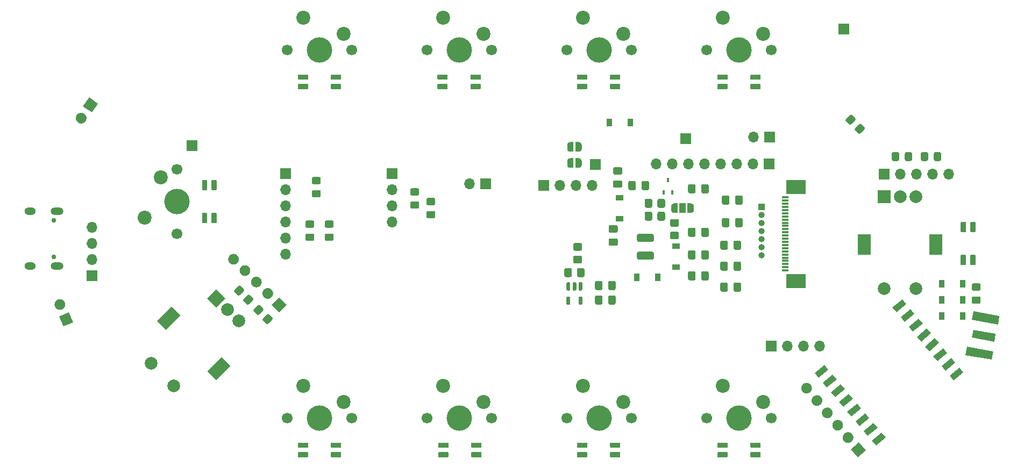
<source format=gbr>
%TF.GenerationSoftware,KiCad,Pcbnew,(5.1.10)-1*%
%TF.CreationDate,2022-02-17T21:55:52+01:00*%
%TF.ProjectId,keyboardEink,6b657962-6f61-4726-9445-696e6b2e6b69,rev?*%
%TF.SameCoordinates,Original*%
%TF.FileFunction,Soldermask,Top*%
%TF.FilePolarity,Negative*%
%FSLAX46Y46*%
G04 Gerber Fmt 4.6, Leading zero omitted, Abs format (unit mm)*
G04 Created by KiCad (PCBNEW (5.1.10)-1) date 2022-02-17 21:55:52*
%MOMM*%
%LPD*%
G01*
G04 APERTURE LIST*
%ADD10O,1.800000X1.200000*%
%ADD11O,2.000000X1.200000*%
%ADD12C,0.750000*%
%ADD13O,1.700000X1.700000*%
%ADD14R,1.700000X1.700000*%
%ADD15R,0.900000X1.200000*%
%ADD16C,0.100000*%
%ADD17R,3.100000X2.300000*%
%ADD18R,1.100000X0.300000*%
%ADD19O,1.000000X1.000000*%
%ADD20R,1.000000X1.000000*%
%ADD21C,2.000000*%
%ADD22R,2.000000X2.000000*%
%ADD23R,2.000000X3.200000*%
%ADD24C,1.700000*%
%ADD25C,4.000000*%
%ADD26C,2.200000*%
%ADD27R,1.000000X1.500000*%
%ADD28R,0.450000X0.700000*%
%ADD29R,1.200000X0.900000*%
G04 APERTURE END LIST*
D10*
%TO.C,U8*%
X76966000Y-107115000D03*
D11*
X81166000Y-107115000D03*
X81166000Y-98465000D03*
D10*
X76966000Y-98465000D03*
D12*
X80666000Y-99890000D03*
X80666000Y-105690000D03*
%TD*%
D13*
%TO.C,J12*%
X201266000Y-119700000D03*
X198726000Y-119700000D03*
X196186000Y-119700000D03*
D14*
X193646000Y-119700000D03*
%TD*%
%TO.C,R34*%
G36*
G01*
X225453999Y-111876000D02*
X226354001Y-111876000D01*
G75*
G02*
X226604000Y-112125999I0J-249999D01*
G01*
X226604000Y-112776001D01*
G75*
G02*
X226354001Y-113026000I-249999J0D01*
G01*
X225453999Y-113026000D01*
G75*
G02*
X225204000Y-112776001I0J249999D01*
G01*
X225204000Y-112125999D01*
G75*
G02*
X225453999Y-111876000I249999J0D01*
G01*
G37*
G36*
G01*
X225453999Y-109826000D02*
X226354001Y-109826000D01*
G75*
G02*
X226604000Y-110075999I0J-249999D01*
G01*
X226604000Y-110726001D01*
G75*
G02*
X226354001Y-110976000I-249999J0D01*
G01*
X225453999Y-110976000D01*
G75*
G02*
X225204000Y-110726001I0J249999D01*
G01*
X225204000Y-110075999D01*
G75*
G02*
X225453999Y-109826000I249999J0D01*
G01*
G37*
%TD*%
D15*
%TO.C,D20*%
X220444000Y-114982000D03*
X223744000Y-114982000D03*
%TD*%
%TO.C,D19*%
X220444000Y-112442000D03*
X223744000Y-112442000D03*
%TD*%
%TO.C,D18*%
X220444000Y-109902000D03*
X223744000Y-109902000D03*
%TD*%
D16*
%TO.C,AE1*%
G36*
X228761905Y-119002650D02*
G01*
X225216597Y-118377516D01*
X225437131Y-117126810D01*
X228982439Y-117751944D01*
X228761905Y-119002650D01*
G37*
G36*
X229343996Y-116277324D02*
G01*
X225207803Y-115548002D01*
X225442228Y-114218512D01*
X229578421Y-114947834D01*
X229343996Y-116277324D01*
G37*
G36*
X228362884Y-121841488D02*
G01*
X224226691Y-121112166D01*
X224461116Y-119782676D01*
X228597309Y-120511998D01*
X228362884Y-121841488D01*
G37*
%TD*%
%TO.C,J19*%
G36*
G01*
X199849735Y-125788867D02*
X199849735Y-125788867D01*
G75*
G02*
X199744966Y-126986374I-651138J-546369D01*
G01*
X199744966Y-126986374D01*
G75*
G02*
X198547459Y-126881605I-546369J651138D01*
G01*
X198547459Y-126881605D01*
G75*
G02*
X198652228Y-125684098I651138J546369D01*
G01*
X198652228Y-125684098D01*
G75*
G02*
X199849735Y-125788867I546369J-651138D01*
G01*
G37*
G36*
G01*
X201482416Y-127734619D02*
X201482416Y-127734619D01*
G75*
G02*
X201377647Y-128932126I-651138J-546369D01*
G01*
X201377647Y-128932126D01*
G75*
G02*
X200180140Y-128827357I-546369J651138D01*
G01*
X200180140Y-128827357D01*
G75*
G02*
X200284909Y-127629850I651138J546369D01*
G01*
X200284909Y-127629850D01*
G75*
G02*
X201482416Y-127734619I546369J-651138D01*
G01*
G37*
G36*
G01*
X203115096Y-129680372D02*
X203115096Y-129680372D01*
G75*
G02*
X203010327Y-130877879I-651138J-546369D01*
G01*
X203010327Y-130877879D01*
G75*
G02*
X201812820Y-130773110I-546369J651138D01*
G01*
X201812820Y-130773110D01*
G75*
G02*
X201917589Y-129575603I651138J546369D01*
G01*
X201917589Y-129575603D01*
G75*
G02*
X203115096Y-129680372I546369J-651138D01*
G01*
G37*
G36*
G01*
X204747777Y-131626125D02*
X204747777Y-131626125D01*
G75*
G02*
X204643008Y-132823632I-651138J-546369D01*
G01*
X204643008Y-132823632D01*
G75*
G02*
X203445501Y-132718863I-546369J651138D01*
G01*
X203445501Y-132718863D01*
G75*
G02*
X203550270Y-131521356I651138J546369D01*
G01*
X203550270Y-131521356D01*
G75*
G02*
X204747777Y-131626125I546369J-651138D01*
G01*
G37*
G36*
G01*
X206380457Y-133571878D02*
X206380457Y-133571878D01*
G75*
G02*
X206275688Y-134769385I-651138J-546369D01*
G01*
X206275688Y-134769385D01*
G75*
G02*
X205078181Y-134664616I-546369J651138D01*
G01*
X205078181Y-134664616D01*
G75*
G02*
X205182950Y-133467109I651138J546369D01*
G01*
X205182950Y-133467109D01*
G75*
G02*
X206380457Y-133571878I546369J-651138D01*
G01*
G37*
G36*
X207466768Y-134866493D02*
G01*
X208559507Y-136168768D01*
X207257232Y-137261507D01*
X206164493Y-135959232D01*
X207466768Y-134866493D01*
G37*
%TD*%
%TO.C,U7*%
G36*
X213372191Y-114393198D02*
G01*
X212729404Y-113627153D01*
X214261493Y-112341578D01*
X214904280Y-113107623D01*
X213372191Y-114393198D01*
G37*
G36*
X214657766Y-115925287D02*
G01*
X214014979Y-115159242D01*
X215547068Y-113873667D01*
X216189855Y-114639712D01*
X214657766Y-115925287D01*
G37*
G36*
X215943342Y-117457376D02*
G01*
X215300555Y-116691331D01*
X216832644Y-115405756D01*
X217475431Y-116171801D01*
X215943342Y-117457376D01*
G37*
G36*
X217228917Y-118989465D02*
G01*
X216586130Y-118223420D01*
X218118219Y-116937845D01*
X218761006Y-117703890D01*
X217228917Y-118989465D01*
G37*
G36*
X218514492Y-120521554D02*
G01*
X217871705Y-119755509D01*
X219403794Y-118469934D01*
X220046581Y-119235979D01*
X218514492Y-120521554D01*
G37*
G36*
X219800067Y-122053642D02*
G01*
X219157280Y-121287597D01*
X220689369Y-120002022D01*
X221332156Y-120768067D01*
X219800067Y-122053642D01*
G37*
G36*
X221085643Y-123585731D02*
G01*
X220442856Y-122819686D01*
X221974945Y-121534111D01*
X222617732Y-122300156D01*
X221085643Y-123585731D01*
G37*
G36*
X222371218Y-125117820D02*
G01*
X221728431Y-124351775D01*
X223260520Y-123066200D01*
X223903307Y-123832245D01*
X222371218Y-125117820D01*
G37*
G36*
X210114507Y-135402422D02*
G01*
X209471720Y-134636377D01*
X211003809Y-133350802D01*
X211646596Y-134116847D01*
X210114507Y-135402422D01*
G37*
G36*
X208828932Y-133870333D02*
G01*
X208186145Y-133104288D01*
X209718234Y-131818713D01*
X210361021Y-132584758D01*
X208828932Y-133870333D01*
G37*
G36*
X207543356Y-132338244D02*
G01*
X206900569Y-131572199D01*
X208432658Y-130286624D01*
X209075445Y-131052669D01*
X207543356Y-132338244D01*
G37*
G36*
X206257781Y-130806155D02*
G01*
X205614994Y-130040110D01*
X207147083Y-128754535D01*
X207789870Y-129520580D01*
X206257781Y-130806155D01*
G37*
G36*
X204972206Y-129274066D02*
G01*
X204329419Y-128508021D01*
X205861508Y-127222446D01*
X206504295Y-127988491D01*
X204972206Y-129274066D01*
G37*
G36*
X203686631Y-127741978D02*
G01*
X203043844Y-126975933D01*
X204575933Y-125690358D01*
X205218720Y-126456403D01*
X203686631Y-127741978D01*
G37*
G36*
X202401055Y-126209889D02*
G01*
X201758268Y-125443844D01*
X203290357Y-124158269D01*
X203933144Y-124924314D01*
X202401055Y-126209889D01*
G37*
G36*
X201115480Y-124677800D02*
G01*
X200472693Y-123911755D01*
X202004782Y-122626180D01*
X202647569Y-123392225D01*
X201115480Y-124677800D01*
G37*
%TD*%
D13*
%TO.C,J18*%
X86712000Y-101012000D03*
X86712000Y-103552000D03*
X86712000Y-106092000D03*
D14*
X86712000Y-108632000D03*
%TD*%
D13*
%TO.C,J17*%
X146148000Y-94154000D03*
D14*
X148688000Y-94154000D03*
%TD*%
%TO.C,J16*%
X165960000Y-91106000D03*
%TD*%
%TO.C,J15*%
X205076000Y-69770000D03*
%TD*%
%TO.C,R31*%
G36*
G01*
X206854001Y-84119604D02*
X206217604Y-84756001D01*
G75*
G02*
X205864052Y-84756001I-176776J176776D01*
G01*
X205404431Y-84296380D01*
G75*
G02*
X205404431Y-83942828I176776J176776D01*
G01*
X206040828Y-83306431D01*
G75*
G02*
X206394380Y-83306431I176776J-176776D01*
G01*
X206854001Y-83766052D01*
G75*
G02*
X206854001Y-84119604I-176776J-176776D01*
G01*
G37*
G36*
G01*
X208303569Y-85569172D02*
X207667172Y-86205569D01*
G75*
G02*
X207313620Y-86205569I-176776J176776D01*
G01*
X206853999Y-85745948D01*
G75*
G02*
X206853999Y-85392396I176776J176776D01*
G01*
X207490396Y-84755999D01*
G75*
G02*
X207843948Y-84755999I176776J-176776D01*
G01*
X208303569Y-85215620D01*
G75*
G02*
X208303569Y-85569172I-176776J-176776D01*
G01*
G37*
%TD*%
D13*
%TO.C,J13*%
X190852000Y-86788000D03*
D14*
X193392000Y-86788000D03*
%TD*%
D16*
%TO.C,JP5*%
G36*
X162008000Y-91601398D02*
G01*
X161983466Y-91601398D01*
X161934635Y-91596588D01*
X161886510Y-91587016D01*
X161839555Y-91572772D01*
X161794222Y-91553995D01*
X161750949Y-91530864D01*
X161710150Y-91503604D01*
X161672221Y-91472476D01*
X161637524Y-91437779D01*
X161606396Y-91399850D01*
X161579136Y-91359051D01*
X161556005Y-91315778D01*
X161537228Y-91270445D01*
X161522984Y-91223490D01*
X161513412Y-91175365D01*
X161508602Y-91126534D01*
X161508602Y-91102000D01*
X161508000Y-91102000D01*
X161508000Y-90602000D01*
X161508602Y-90602000D01*
X161508602Y-90577466D01*
X161513412Y-90528635D01*
X161522984Y-90480510D01*
X161537228Y-90433555D01*
X161556005Y-90388222D01*
X161579136Y-90344949D01*
X161606396Y-90304150D01*
X161637524Y-90266221D01*
X161672221Y-90231524D01*
X161710150Y-90200396D01*
X161750949Y-90173136D01*
X161794222Y-90150005D01*
X161839555Y-90131228D01*
X161886510Y-90116984D01*
X161934635Y-90107412D01*
X161983466Y-90102602D01*
X162008000Y-90102602D01*
X162008000Y-90102000D01*
X162508000Y-90102000D01*
X162508000Y-91602000D01*
X162008000Y-91602000D01*
X162008000Y-91601398D01*
G37*
G36*
X162808000Y-90102000D02*
G01*
X163308000Y-90102000D01*
X163308000Y-90102602D01*
X163332534Y-90102602D01*
X163381365Y-90107412D01*
X163429490Y-90116984D01*
X163476445Y-90131228D01*
X163521778Y-90150005D01*
X163565051Y-90173136D01*
X163605850Y-90200396D01*
X163643779Y-90231524D01*
X163678476Y-90266221D01*
X163709604Y-90304150D01*
X163736864Y-90344949D01*
X163759995Y-90388222D01*
X163778772Y-90433555D01*
X163793016Y-90480510D01*
X163802588Y-90528635D01*
X163807398Y-90577466D01*
X163807398Y-90602000D01*
X163808000Y-90602000D01*
X163808000Y-91102000D01*
X163807398Y-91102000D01*
X163807398Y-91126534D01*
X163802588Y-91175365D01*
X163793016Y-91223490D01*
X163778772Y-91270445D01*
X163759995Y-91315778D01*
X163736864Y-91359051D01*
X163709604Y-91399850D01*
X163678476Y-91437779D01*
X163643779Y-91472476D01*
X163605850Y-91503604D01*
X163565051Y-91530864D01*
X163521778Y-91553995D01*
X163476445Y-91572772D01*
X163429490Y-91587016D01*
X163381365Y-91596588D01*
X163332534Y-91601398D01*
X163308000Y-91601398D01*
X163308000Y-91602000D01*
X162808000Y-91602000D01*
X162808000Y-90102000D01*
G37*
%TD*%
%TO.C,JP4*%
G36*
X162008000Y-89061398D02*
G01*
X161983466Y-89061398D01*
X161934635Y-89056588D01*
X161886510Y-89047016D01*
X161839555Y-89032772D01*
X161794222Y-89013995D01*
X161750949Y-88990864D01*
X161710150Y-88963604D01*
X161672221Y-88932476D01*
X161637524Y-88897779D01*
X161606396Y-88859850D01*
X161579136Y-88819051D01*
X161556005Y-88775778D01*
X161537228Y-88730445D01*
X161522984Y-88683490D01*
X161513412Y-88635365D01*
X161508602Y-88586534D01*
X161508602Y-88562000D01*
X161508000Y-88562000D01*
X161508000Y-88062000D01*
X161508602Y-88062000D01*
X161508602Y-88037466D01*
X161513412Y-87988635D01*
X161522984Y-87940510D01*
X161537228Y-87893555D01*
X161556005Y-87848222D01*
X161579136Y-87804949D01*
X161606396Y-87764150D01*
X161637524Y-87726221D01*
X161672221Y-87691524D01*
X161710150Y-87660396D01*
X161750949Y-87633136D01*
X161794222Y-87610005D01*
X161839555Y-87591228D01*
X161886510Y-87576984D01*
X161934635Y-87567412D01*
X161983466Y-87562602D01*
X162008000Y-87562602D01*
X162008000Y-87562000D01*
X162508000Y-87562000D01*
X162508000Y-89062000D01*
X162008000Y-89062000D01*
X162008000Y-89061398D01*
G37*
G36*
X162808000Y-87562000D02*
G01*
X163308000Y-87562000D01*
X163308000Y-87562602D01*
X163332534Y-87562602D01*
X163381365Y-87567412D01*
X163429490Y-87576984D01*
X163476445Y-87591228D01*
X163521778Y-87610005D01*
X163565051Y-87633136D01*
X163605850Y-87660396D01*
X163643779Y-87691524D01*
X163678476Y-87726221D01*
X163709604Y-87764150D01*
X163736864Y-87804949D01*
X163759995Y-87848222D01*
X163778772Y-87893555D01*
X163793016Y-87940510D01*
X163802588Y-87988635D01*
X163807398Y-88037466D01*
X163807398Y-88062000D01*
X163808000Y-88062000D01*
X163808000Y-88562000D01*
X163807398Y-88562000D01*
X163807398Y-88586534D01*
X163802588Y-88635365D01*
X163793016Y-88683490D01*
X163778772Y-88730445D01*
X163759995Y-88775778D01*
X163736864Y-88819051D01*
X163709604Y-88859850D01*
X163678476Y-88897779D01*
X163643779Y-88932476D01*
X163605850Y-88963604D01*
X163565051Y-88990864D01*
X163521778Y-89013995D01*
X163476445Y-89032772D01*
X163429490Y-89047016D01*
X163381365Y-89056588D01*
X163332534Y-89061398D01*
X163308000Y-89061398D01*
X163308000Y-89062000D01*
X162808000Y-89062000D01*
X162808000Y-87562000D01*
G37*
%TD*%
D17*
%TO.C,U2*%
X197552000Y-94608000D03*
X197552000Y-109448000D03*
D18*
X195852000Y-96278000D03*
X195852000Y-96778000D03*
X195852000Y-97278000D03*
X195852000Y-97778000D03*
X195852000Y-98278000D03*
X195852000Y-98778000D03*
X195852000Y-99278000D03*
X195852000Y-99778000D03*
X195852000Y-100278000D03*
X195852000Y-100778000D03*
X195852000Y-101278000D03*
X195852000Y-101778000D03*
X195852000Y-102278000D03*
X195852000Y-102778000D03*
X195852000Y-103278000D03*
X195852000Y-103778000D03*
X195852000Y-104278000D03*
X195852000Y-104778000D03*
X195852000Y-105278000D03*
X195852000Y-105778000D03*
X195852000Y-106278000D03*
X195852000Y-106778000D03*
X195852000Y-107278000D03*
X195852000Y-107778000D03*
%TD*%
D19*
%TO.C,J11*%
X192122000Y-105360000D03*
X192122000Y-104090000D03*
X192122000Y-102820000D03*
X192122000Y-101550000D03*
X192122000Y-100280000D03*
X192122000Y-99010000D03*
D20*
X192122000Y-97740000D03*
%TD*%
D14*
%TO.C,J4*%
X102460000Y-88100000D03*
%TD*%
%TO.C,D11*%
G36*
G01*
X163150000Y-136403999D02*
X164586000Y-136403999D01*
G75*
G02*
X164668000Y-136485999I0J-82000D01*
G01*
X164668000Y-137141999D01*
G75*
G02*
X164586000Y-137223999I-82000J0D01*
G01*
X163150000Y-137223999D01*
G75*
G02*
X163068000Y-137141999I0J82000D01*
G01*
X163068000Y-136485999D01*
G75*
G02*
X163150000Y-136403999I82000J0D01*
G01*
G37*
G36*
G01*
X163150000Y-134903999D02*
X164586000Y-134903999D01*
G75*
G02*
X164668000Y-134985999I0J-82000D01*
G01*
X164668000Y-135641999D01*
G75*
G02*
X164586000Y-135723999I-82000J0D01*
G01*
X163150000Y-135723999D01*
G75*
G02*
X163068000Y-135641999I0J82000D01*
G01*
X163068000Y-134985999D01*
G75*
G02*
X163150000Y-134903999I82000J0D01*
G01*
G37*
G36*
G01*
X168350000Y-136403999D02*
X169786000Y-136403999D01*
G75*
G02*
X169868000Y-136485999I0J-82000D01*
G01*
X169868000Y-137141999D01*
G75*
G02*
X169786000Y-137223999I-82000J0D01*
G01*
X168350000Y-137223999D01*
G75*
G02*
X168268000Y-137141999I0J82000D01*
G01*
X168268000Y-136485999D01*
G75*
G02*
X168350000Y-136403999I82000J0D01*
G01*
G37*
G36*
G01*
X168350000Y-134903999D02*
X169786000Y-134903999D01*
G75*
G02*
X169868000Y-134985999I0J-82000D01*
G01*
X169868000Y-135641999D01*
G75*
G02*
X169786000Y-135723999I-82000J0D01*
G01*
X168350000Y-135723999D01*
G75*
G02*
X168268000Y-135641999I0J82000D01*
G01*
X168268000Y-134985999D01*
G75*
G02*
X168350000Y-134903999I82000J0D01*
G01*
G37*
%TD*%
%TO.C,D10*%
G36*
G01*
X224973999Y-106870000D02*
X224973999Y-105434000D01*
G75*
G02*
X225055999Y-105352000I82000J0D01*
G01*
X225711999Y-105352000D01*
G75*
G02*
X225793999Y-105434000I0J-82000D01*
G01*
X225793999Y-106870000D01*
G75*
G02*
X225711999Y-106952000I-82000J0D01*
G01*
X225055999Y-106952000D01*
G75*
G02*
X224973999Y-106870000I0J82000D01*
G01*
G37*
G36*
G01*
X223473999Y-106870000D02*
X223473999Y-105434000D01*
G75*
G02*
X223555999Y-105352000I82000J0D01*
G01*
X224211999Y-105352000D01*
G75*
G02*
X224293999Y-105434000I0J-82000D01*
G01*
X224293999Y-106870000D01*
G75*
G02*
X224211999Y-106952000I-82000J0D01*
G01*
X223555999Y-106952000D01*
G75*
G02*
X223473999Y-106870000I0J82000D01*
G01*
G37*
G36*
G01*
X224973999Y-101670000D02*
X224973999Y-100234000D01*
G75*
G02*
X225055999Y-100152000I82000J0D01*
G01*
X225711999Y-100152000D01*
G75*
G02*
X225793999Y-100234000I0J-82000D01*
G01*
X225793999Y-101670000D01*
G75*
G02*
X225711999Y-101752000I-82000J0D01*
G01*
X225055999Y-101752000D01*
G75*
G02*
X224973999Y-101670000I0J82000D01*
G01*
G37*
G36*
G01*
X223473999Y-101670000D02*
X223473999Y-100234000D01*
G75*
G02*
X223555999Y-100152000I82000J0D01*
G01*
X224211999Y-100152000D01*
G75*
G02*
X224293999Y-100234000I0J-82000D01*
G01*
X224293999Y-101670000D01*
G75*
G02*
X224211999Y-101752000I-82000J0D01*
G01*
X223555999Y-101752000D01*
G75*
G02*
X223473999Y-101670000I0J82000D01*
G01*
G37*
%TD*%
%TO.C,D6*%
G36*
G01*
X185248000Y-136403999D02*
X186684000Y-136403999D01*
G75*
G02*
X186766000Y-136485999I0J-82000D01*
G01*
X186766000Y-137141999D01*
G75*
G02*
X186684000Y-137223999I-82000J0D01*
G01*
X185248000Y-137223999D01*
G75*
G02*
X185166000Y-137141999I0J82000D01*
G01*
X185166000Y-136485999D01*
G75*
G02*
X185248000Y-136403999I82000J0D01*
G01*
G37*
G36*
G01*
X185248000Y-134903999D02*
X186684000Y-134903999D01*
G75*
G02*
X186766000Y-134985999I0J-82000D01*
G01*
X186766000Y-135641999D01*
G75*
G02*
X186684000Y-135723999I-82000J0D01*
G01*
X185248000Y-135723999D01*
G75*
G02*
X185166000Y-135641999I0J82000D01*
G01*
X185166000Y-134985999D01*
G75*
G02*
X185248000Y-134903999I82000J0D01*
G01*
G37*
G36*
G01*
X190448000Y-136403999D02*
X191884000Y-136403999D01*
G75*
G02*
X191966000Y-136485999I0J-82000D01*
G01*
X191966000Y-137141999D01*
G75*
G02*
X191884000Y-137223999I-82000J0D01*
G01*
X190448000Y-137223999D01*
G75*
G02*
X190366000Y-137141999I0J82000D01*
G01*
X190366000Y-136485999D01*
G75*
G02*
X190448000Y-136403999I82000J0D01*
G01*
G37*
G36*
G01*
X190448000Y-134903999D02*
X191884000Y-134903999D01*
G75*
G02*
X191966000Y-134985999I0J-82000D01*
G01*
X191966000Y-135641999D01*
G75*
G02*
X191884000Y-135723999I-82000J0D01*
G01*
X190448000Y-135723999D01*
G75*
G02*
X190366000Y-135641999I0J82000D01*
G01*
X190366000Y-134985999D01*
G75*
G02*
X190448000Y-134903999I82000J0D01*
G01*
G37*
%TD*%
%TO.C,D5*%
G36*
G01*
X141306000Y-136403999D02*
X142742000Y-136403999D01*
G75*
G02*
X142824000Y-136485999I0J-82000D01*
G01*
X142824000Y-137141999D01*
G75*
G02*
X142742000Y-137223999I-82000J0D01*
G01*
X141306000Y-137223999D01*
G75*
G02*
X141224000Y-137141999I0J82000D01*
G01*
X141224000Y-136485999D01*
G75*
G02*
X141306000Y-136403999I82000J0D01*
G01*
G37*
G36*
G01*
X141306000Y-134903999D02*
X142742000Y-134903999D01*
G75*
G02*
X142824000Y-134985999I0J-82000D01*
G01*
X142824000Y-135641999D01*
G75*
G02*
X142742000Y-135723999I-82000J0D01*
G01*
X141306000Y-135723999D01*
G75*
G02*
X141224000Y-135641999I0J82000D01*
G01*
X141224000Y-134985999D01*
G75*
G02*
X141306000Y-134903999I82000J0D01*
G01*
G37*
G36*
G01*
X146506000Y-136403999D02*
X147942000Y-136403999D01*
G75*
G02*
X148024000Y-136485999I0J-82000D01*
G01*
X148024000Y-137141999D01*
G75*
G02*
X147942000Y-137223999I-82000J0D01*
G01*
X146506000Y-137223999D01*
G75*
G02*
X146424000Y-137141999I0J82000D01*
G01*
X146424000Y-136485999D01*
G75*
G02*
X146506000Y-136403999I82000J0D01*
G01*
G37*
G36*
G01*
X146506000Y-134903999D02*
X147942000Y-134903999D01*
G75*
G02*
X148024000Y-134985999I0J-82000D01*
G01*
X148024000Y-135641999D01*
G75*
G02*
X147942000Y-135723999I-82000J0D01*
G01*
X146506000Y-135723999D01*
G75*
G02*
X146424000Y-135641999I0J82000D01*
G01*
X146424000Y-134985999D01*
G75*
G02*
X146506000Y-134903999I82000J0D01*
G01*
G37*
%TD*%
%TO.C,D4*%
G36*
G01*
X119208000Y-136403999D02*
X120644000Y-136403999D01*
G75*
G02*
X120726000Y-136485999I0J-82000D01*
G01*
X120726000Y-137141999D01*
G75*
G02*
X120644000Y-137223999I-82000J0D01*
G01*
X119208000Y-137223999D01*
G75*
G02*
X119126000Y-137141999I0J82000D01*
G01*
X119126000Y-136485999D01*
G75*
G02*
X119208000Y-136403999I82000J0D01*
G01*
G37*
G36*
G01*
X119208000Y-134903999D02*
X120644000Y-134903999D01*
G75*
G02*
X120726000Y-134985999I0J-82000D01*
G01*
X120726000Y-135641999D01*
G75*
G02*
X120644000Y-135723999I-82000J0D01*
G01*
X119208000Y-135723999D01*
G75*
G02*
X119126000Y-135641999I0J82000D01*
G01*
X119126000Y-134985999D01*
G75*
G02*
X119208000Y-134903999I82000J0D01*
G01*
G37*
G36*
G01*
X124408000Y-136403999D02*
X125844000Y-136403999D01*
G75*
G02*
X125926000Y-136485999I0J-82000D01*
G01*
X125926000Y-137141999D01*
G75*
G02*
X125844000Y-137223999I-82000J0D01*
G01*
X124408000Y-137223999D01*
G75*
G02*
X124326000Y-137141999I0J82000D01*
G01*
X124326000Y-136485999D01*
G75*
G02*
X124408000Y-136403999I82000J0D01*
G01*
G37*
G36*
G01*
X124408000Y-134903999D02*
X125844000Y-134903999D01*
G75*
G02*
X125926000Y-134985999I0J-82000D01*
G01*
X125926000Y-135641999D01*
G75*
G02*
X125844000Y-135723999I-82000J0D01*
G01*
X124408000Y-135723999D01*
G75*
G02*
X124326000Y-135641999I0J82000D01*
G01*
X124326000Y-134985999D01*
G75*
G02*
X124408000Y-134903999I82000J0D01*
G01*
G37*
%TD*%
%TO.C,D16*%
G36*
G01*
X104840000Y-93630000D02*
X104840000Y-95066000D01*
G75*
G02*
X104758000Y-95148000I-82000J0D01*
G01*
X104102000Y-95148000D01*
G75*
G02*
X104020000Y-95066000I0J82000D01*
G01*
X104020000Y-93630000D01*
G75*
G02*
X104102000Y-93548000I82000J0D01*
G01*
X104758000Y-93548000D01*
G75*
G02*
X104840000Y-93630000I0J-82000D01*
G01*
G37*
G36*
G01*
X106340000Y-93630000D02*
X106340000Y-95066000D01*
G75*
G02*
X106258000Y-95148000I-82000J0D01*
G01*
X105602000Y-95148000D01*
G75*
G02*
X105520000Y-95066000I0J82000D01*
G01*
X105520000Y-93630000D01*
G75*
G02*
X105602000Y-93548000I82000J0D01*
G01*
X106258000Y-93548000D01*
G75*
G02*
X106340000Y-93630000I0J-82000D01*
G01*
G37*
G36*
G01*
X104840000Y-98830000D02*
X104840000Y-100266000D01*
G75*
G02*
X104758000Y-100348000I-82000J0D01*
G01*
X104102000Y-100348000D01*
G75*
G02*
X104020000Y-100266000I0J82000D01*
G01*
X104020000Y-98830000D01*
G75*
G02*
X104102000Y-98748000I82000J0D01*
G01*
X104758000Y-98748000D01*
G75*
G02*
X104840000Y-98830000I0J-82000D01*
G01*
G37*
G36*
G01*
X106340000Y-98830000D02*
X106340000Y-100266000D01*
G75*
G02*
X106258000Y-100348000I-82000J0D01*
G01*
X105602000Y-100348000D01*
G75*
G02*
X105520000Y-100266000I0J82000D01*
G01*
X105520000Y-98830000D01*
G75*
G02*
X105602000Y-98748000I82000J0D01*
G01*
X106258000Y-98748000D01*
G75*
G02*
X106340000Y-98830000I0J-82000D01*
G01*
G37*
%TD*%
%TO.C,D14*%
G36*
G01*
X147818000Y-77740000D02*
X146382000Y-77740000D01*
G75*
G02*
X146300000Y-77658000I0J82000D01*
G01*
X146300000Y-77002000D01*
G75*
G02*
X146382000Y-76920000I82000J0D01*
G01*
X147818000Y-76920000D01*
G75*
G02*
X147900000Y-77002000I0J-82000D01*
G01*
X147900000Y-77658000D01*
G75*
G02*
X147818000Y-77740000I-82000J0D01*
G01*
G37*
G36*
G01*
X147818000Y-79240000D02*
X146382000Y-79240000D01*
G75*
G02*
X146300000Y-79158000I0J82000D01*
G01*
X146300000Y-78502000D01*
G75*
G02*
X146382000Y-78420000I82000J0D01*
G01*
X147818000Y-78420000D01*
G75*
G02*
X147900000Y-78502000I0J-82000D01*
G01*
X147900000Y-79158000D01*
G75*
G02*
X147818000Y-79240000I-82000J0D01*
G01*
G37*
G36*
G01*
X142618000Y-77740000D02*
X141182000Y-77740000D01*
G75*
G02*
X141100000Y-77658000I0J82000D01*
G01*
X141100000Y-77002000D01*
G75*
G02*
X141182000Y-76920000I82000J0D01*
G01*
X142618000Y-76920000D01*
G75*
G02*
X142700000Y-77002000I0J-82000D01*
G01*
X142700000Y-77658000D01*
G75*
G02*
X142618000Y-77740000I-82000J0D01*
G01*
G37*
G36*
G01*
X142618000Y-79240000D02*
X141182000Y-79240000D01*
G75*
G02*
X141100000Y-79158000I0J82000D01*
G01*
X141100000Y-78502000D01*
G75*
G02*
X141182000Y-78420000I82000J0D01*
G01*
X142618000Y-78420000D01*
G75*
G02*
X142700000Y-78502000I0J-82000D01*
G01*
X142700000Y-79158000D01*
G75*
G02*
X142618000Y-79240000I-82000J0D01*
G01*
G37*
%TD*%
%TO.C,D13*%
G36*
G01*
X169786000Y-77740000D02*
X168350000Y-77740000D01*
G75*
G02*
X168268000Y-77658000I0J82000D01*
G01*
X168268000Y-77002000D01*
G75*
G02*
X168350000Y-76920000I82000J0D01*
G01*
X169786000Y-76920000D01*
G75*
G02*
X169868000Y-77002000I0J-82000D01*
G01*
X169868000Y-77658000D01*
G75*
G02*
X169786000Y-77740000I-82000J0D01*
G01*
G37*
G36*
G01*
X169786000Y-79240000D02*
X168350000Y-79240000D01*
G75*
G02*
X168268000Y-79158000I0J82000D01*
G01*
X168268000Y-78502000D01*
G75*
G02*
X168350000Y-78420000I82000J0D01*
G01*
X169786000Y-78420000D01*
G75*
G02*
X169868000Y-78502000I0J-82000D01*
G01*
X169868000Y-79158000D01*
G75*
G02*
X169786000Y-79240000I-82000J0D01*
G01*
G37*
G36*
G01*
X164586000Y-77740000D02*
X163150000Y-77740000D01*
G75*
G02*
X163068000Y-77658000I0J82000D01*
G01*
X163068000Y-77002000D01*
G75*
G02*
X163150000Y-76920000I82000J0D01*
G01*
X164586000Y-76920000D01*
G75*
G02*
X164668000Y-77002000I0J-82000D01*
G01*
X164668000Y-77658000D01*
G75*
G02*
X164586000Y-77740000I-82000J0D01*
G01*
G37*
G36*
G01*
X164586000Y-79240000D02*
X163150000Y-79240000D01*
G75*
G02*
X163068000Y-79158000I0J82000D01*
G01*
X163068000Y-78502000D01*
G75*
G02*
X163150000Y-78420000I82000J0D01*
G01*
X164586000Y-78420000D01*
G75*
G02*
X164668000Y-78502000I0J-82000D01*
G01*
X164668000Y-79158000D01*
G75*
G02*
X164586000Y-79240000I-82000J0D01*
G01*
G37*
%TD*%
%TO.C,D12*%
G36*
G01*
X191884000Y-77740000D02*
X190448000Y-77740000D01*
G75*
G02*
X190366000Y-77658000I0J82000D01*
G01*
X190366000Y-77002000D01*
G75*
G02*
X190448000Y-76920000I82000J0D01*
G01*
X191884000Y-76920000D01*
G75*
G02*
X191966000Y-77002000I0J-82000D01*
G01*
X191966000Y-77658000D01*
G75*
G02*
X191884000Y-77740000I-82000J0D01*
G01*
G37*
G36*
G01*
X191884000Y-79240000D02*
X190448000Y-79240000D01*
G75*
G02*
X190366000Y-79158000I0J82000D01*
G01*
X190366000Y-78502000D01*
G75*
G02*
X190448000Y-78420000I82000J0D01*
G01*
X191884000Y-78420000D01*
G75*
G02*
X191966000Y-78502000I0J-82000D01*
G01*
X191966000Y-79158000D01*
G75*
G02*
X191884000Y-79240000I-82000J0D01*
G01*
G37*
G36*
G01*
X186684000Y-77740000D02*
X185248000Y-77740000D01*
G75*
G02*
X185166000Y-77658000I0J82000D01*
G01*
X185166000Y-77002000D01*
G75*
G02*
X185248000Y-76920000I82000J0D01*
G01*
X186684000Y-76920000D01*
G75*
G02*
X186766000Y-77002000I0J-82000D01*
G01*
X186766000Y-77658000D01*
G75*
G02*
X186684000Y-77740000I-82000J0D01*
G01*
G37*
G36*
G01*
X186684000Y-79240000D02*
X185248000Y-79240000D01*
G75*
G02*
X185166000Y-79158000I0J82000D01*
G01*
X185166000Y-78502000D01*
G75*
G02*
X185248000Y-78420000I82000J0D01*
G01*
X186684000Y-78420000D01*
G75*
G02*
X186766000Y-78502000I0J-82000D01*
G01*
X186766000Y-79158000D01*
G75*
G02*
X186684000Y-79240000I-82000J0D01*
G01*
G37*
%TD*%
%TO.C,D15*%
G36*
G01*
X125844000Y-77740000D02*
X124408000Y-77740000D01*
G75*
G02*
X124326000Y-77658000I0J82000D01*
G01*
X124326000Y-77002000D01*
G75*
G02*
X124408000Y-76920000I82000J0D01*
G01*
X125844000Y-76920000D01*
G75*
G02*
X125926000Y-77002000I0J-82000D01*
G01*
X125926000Y-77658000D01*
G75*
G02*
X125844000Y-77740000I-82000J0D01*
G01*
G37*
G36*
G01*
X125844000Y-79240000D02*
X124408000Y-79240000D01*
G75*
G02*
X124326000Y-79158000I0J82000D01*
G01*
X124326000Y-78502000D01*
G75*
G02*
X124408000Y-78420000I82000J0D01*
G01*
X125844000Y-78420000D01*
G75*
G02*
X125926000Y-78502000I0J-82000D01*
G01*
X125926000Y-79158000D01*
G75*
G02*
X125844000Y-79240000I-82000J0D01*
G01*
G37*
G36*
G01*
X120644000Y-77740000D02*
X119208000Y-77740000D01*
G75*
G02*
X119126000Y-77658000I0J82000D01*
G01*
X119126000Y-77002000D01*
G75*
G02*
X119208000Y-76920000I82000J0D01*
G01*
X120644000Y-76920000D01*
G75*
G02*
X120726000Y-77002000I0J-82000D01*
G01*
X120726000Y-77658000D01*
G75*
G02*
X120644000Y-77740000I-82000J0D01*
G01*
G37*
G36*
G01*
X120644000Y-79240000D02*
X119208000Y-79240000D01*
G75*
G02*
X119126000Y-79158000I0J82000D01*
G01*
X119126000Y-78502000D01*
G75*
G02*
X119208000Y-78420000I82000J0D01*
G01*
X120644000Y-78420000D01*
G75*
G02*
X120726000Y-78502000I0J-82000D01*
G01*
X120726000Y-79158000D01*
G75*
G02*
X120644000Y-79240000I-82000J0D01*
G01*
G37*
%TD*%
%TO.C,F2*%
G36*
G01*
X162715999Y-105476000D02*
X163616001Y-105476000D01*
G75*
G02*
X163866000Y-105725999I0J-249999D01*
G01*
X163866000Y-106426001D01*
G75*
G02*
X163616001Y-106676000I-249999J0D01*
G01*
X162715999Y-106676000D01*
G75*
G02*
X162466000Y-106426001I0J249999D01*
G01*
X162466000Y-105725999D01*
G75*
G02*
X162715999Y-105476000I249999J0D01*
G01*
G37*
G36*
G01*
X162715999Y-103476000D02*
X163616001Y-103476000D01*
G75*
G02*
X163866000Y-103725999I0J-249999D01*
G01*
X163866000Y-104426001D01*
G75*
G02*
X163616001Y-104676000I-249999J0D01*
G01*
X162715999Y-104676000D01*
G75*
G02*
X162466000Y-104426001I0J249999D01*
G01*
X162466000Y-103725999D01*
G75*
G02*
X162715999Y-103476000I249999J0D01*
G01*
G37*
%TD*%
D13*
%TO.C,J10*%
X175480000Y-91000000D03*
X178020000Y-91000000D03*
X180560000Y-91000000D03*
X183100000Y-91000000D03*
X185640000Y-91000000D03*
X188180000Y-91000000D03*
X190720000Y-91000000D03*
D14*
X193260000Y-91000000D03*
%TD*%
%TO.C,R4*%
G36*
G01*
X113636001Y-114091604D02*
X112999604Y-114728001D01*
G75*
G02*
X112646052Y-114728001I-176776J176776D01*
G01*
X112186431Y-114268380D01*
G75*
G02*
X112186431Y-113914828I176776J176776D01*
G01*
X112822828Y-113278431D01*
G75*
G02*
X113176380Y-113278431I176776J-176776D01*
G01*
X113636001Y-113738052D01*
G75*
G02*
X113636001Y-114091604I-176776J-176776D01*
G01*
G37*
G36*
G01*
X115085569Y-115541172D02*
X114449172Y-116177569D01*
G75*
G02*
X114095620Y-116177569I-176776J176776D01*
G01*
X113635999Y-115717948D01*
G75*
G02*
X113635999Y-115364396I176776J176776D01*
G01*
X114272396Y-114727999D01*
G75*
G02*
X114625948Y-114727999I176776J-176776D01*
G01*
X115085569Y-115187620D01*
G75*
G02*
X115085569Y-115541172I-176776J-176776D01*
G01*
G37*
%TD*%
%TO.C,R3*%
G36*
G01*
X110588001Y-111043604D02*
X109951604Y-111680001D01*
G75*
G02*
X109598052Y-111680001I-176776J176776D01*
G01*
X109138431Y-111220380D01*
G75*
G02*
X109138431Y-110866828I176776J176776D01*
G01*
X109774828Y-110230431D01*
G75*
G02*
X110128380Y-110230431I176776J-176776D01*
G01*
X110588001Y-110690052D01*
G75*
G02*
X110588001Y-111043604I-176776J-176776D01*
G01*
G37*
G36*
G01*
X112037569Y-112493172D02*
X111401172Y-113129569D01*
G75*
G02*
X111047620Y-113129569I-176776J176776D01*
G01*
X110587999Y-112669948D01*
G75*
G02*
X110587999Y-112316396I176776J176776D01*
G01*
X111224396Y-111679999D01*
G75*
G02*
X111577948Y-111679999I176776J-176776D01*
G01*
X112037569Y-112139620D01*
G75*
G02*
X112037569Y-112493172I-176776J-176776D01*
G01*
G37*
%TD*%
D15*
%TO.C,D17*%
X168120000Y-84502000D03*
X171420000Y-84502000D03*
%TD*%
D14*
%TO.C,J5*%
X180184000Y-87042000D03*
%TD*%
D16*
%TO.C,SW11*%
G36*
X106270000Y-110773786D02*
G01*
X107684214Y-112188000D01*
X106270000Y-113602214D01*
X104855786Y-112188000D01*
X106270000Y-110773786D01*
G37*
D21*
X108037767Y-113955767D03*
X109805534Y-115723534D03*
D16*
G36*
X99198932Y-113460792D02*
G01*
X100613146Y-114875006D01*
X98350404Y-117137748D01*
X96936190Y-115723534D01*
X99198932Y-113460792D01*
G37*
G36*
X107118528Y-121380388D02*
G01*
X108532742Y-122794602D01*
X106270000Y-125057344D01*
X104855786Y-123643130D01*
X107118528Y-121380388D01*
G37*
D21*
X96016952Y-122441048D03*
X99552486Y-125976582D03*
%TD*%
D13*
%TO.C,J9*%
X221586000Y-92630000D03*
X219046000Y-92630000D03*
X216506000Y-92630000D03*
X213966000Y-92630000D03*
D14*
X211426000Y-92630000D03*
%TD*%
%TO.C,J8*%
G36*
G01*
X109592836Y-105418754D02*
X109592836Y-105418754D01*
G75*
G02*
X109592836Y-106620836I-601041J-601041D01*
G01*
X109592836Y-106620836D01*
G75*
G02*
X108390754Y-106620836I-601041J601041D01*
G01*
X108390754Y-106620836D01*
G75*
G02*
X108390754Y-105418754I601041J601041D01*
G01*
X108390754Y-105418754D01*
G75*
G02*
X109592836Y-105418754I601041J-601041D01*
G01*
G37*
G36*
G01*
X111388887Y-107214805D02*
X111388887Y-107214805D01*
G75*
G02*
X111388887Y-108416887I-601041J-601041D01*
G01*
X111388887Y-108416887D01*
G75*
G02*
X110186805Y-108416887I-601041J601041D01*
G01*
X110186805Y-108416887D01*
G75*
G02*
X110186805Y-107214805I601041J601041D01*
G01*
X110186805Y-107214805D01*
G75*
G02*
X111388887Y-107214805I601041J-601041D01*
G01*
G37*
G36*
G01*
X113184939Y-109010857D02*
X113184939Y-109010857D01*
G75*
G02*
X113184939Y-110212939I-601041J-601041D01*
G01*
X113184939Y-110212939D01*
G75*
G02*
X111982857Y-110212939I-601041J601041D01*
G01*
X111982857Y-110212939D01*
G75*
G02*
X111982857Y-109010857I601041J601041D01*
G01*
X111982857Y-109010857D01*
G75*
G02*
X113184939Y-109010857I601041J-601041D01*
G01*
G37*
G36*
G01*
X114980990Y-110806908D02*
X114980990Y-110806908D01*
G75*
G02*
X114980990Y-112008990I-601041J-601041D01*
G01*
X114980990Y-112008990D01*
G75*
G02*
X113778908Y-112008990I-601041J601041D01*
G01*
X113778908Y-112008990D01*
G75*
G02*
X113778908Y-110806908I601041J601041D01*
G01*
X113778908Y-110806908D01*
G75*
G02*
X114980990Y-110806908I601041J-601041D01*
G01*
G37*
D16*
G36*
X116176000Y-112001918D02*
G01*
X117378082Y-113204000D01*
X116176000Y-114406082D01*
X114973918Y-113204000D01*
X116176000Y-112001918D01*
G37*
%TD*%
D13*
%TO.C,J1*%
X165452000Y-94408000D03*
X162912000Y-94408000D03*
X160372000Y-94408000D03*
D14*
X157832000Y-94408000D03*
%TD*%
D22*
%TO.C,SW7*%
X211426000Y-96186000D03*
D21*
X213926000Y-96186000D03*
X216426000Y-96186000D03*
D23*
X208326000Y-103686000D03*
X219526000Y-103686000D03*
D21*
X211426000Y-110686000D03*
X216426000Y-110686000D03*
%TD*%
D24*
%TO.C,SW10*%
X183460000Y-73080000D03*
X193620000Y-73080000D03*
D25*
X188540000Y-73080000D03*
D26*
X192350000Y-70540000D03*
X186000000Y-68000000D03*
%TD*%
D24*
%TO.C,SW9*%
X183460000Y-131080000D03*
X193620000Y-131080000D03*
D25*
X188540000Y-131080000D03*
D26*
X192350000Y-128540000D03*
X186000000Y-126000000D03*
%TD*%
D24*
%TO.C,SW8*%
X100080000Y-102028000D03*
X100080000Y-91868000D03*
D25*
X100080000Y-96948000D03*
D26*
X97540000Y-93138000D03*
X95000000Y-99488000D03*
%TD*%
D24*
%TO.C,SW6*%
X161460000Y-131080000D03*
X171620000Y-131080000D03*
D25*
X166540000Y-131080000D03*
D26*
X170350000Y-128540000D03*
X164000000Y-126000000D03*
%TD*%
D24*
%TO.C,SW5*%
X161460000Y-73080000D03*
X171620000Y-73080000D03*
D25*
X166540000Y-73080000D03*
D26*
X170350000Y-70540000D03*
X164000000Y-68000000D03*
%TD*%
D24*
%TO.C,SW4*%
X139460000Y-131080000D03*
X149620000Y-131080000D03*
D25*
X144540000Y-131080000D03*
D26*
X148350000Y-128540000D03*
X142000000Y-126000000D03*
%TD*%
D24*
%TO.C,SW3*%
X139460000Y-73080000D03*
X149620000Y-73080000D03*
D25*
X144540000Y-73080000D03*
D26*
X148350000Y-70540000D03*
X142000000Y-68000000D03*
%TD*%
D24*
%TO.C,SW2*%
X117460000Y-131080000D03*
X127620000Y-131080000D03*
D25*
X122540000Y-131080000D03*
D26*
X126350000Y-128540000D03*
X120000000Y-126000000D03*
%TD*%
D24*
%TO.C,SW1*%
X117460000Y-73080000D03*
X127620000Y-73080000D03*
D25*
X122540000Y-73080000D03*
D26*
X126350000Y-70540000D03*
X120000000Y-68000000D03*
%TD*%
%TO.C,R25*%
G36*
G01*
X218342000Y-89385999D02*
X218342000Y-90286001D01*
G75*
G02*
X218092001Y-90536000I-249999J0D01*
G01*
X217441999Y-90536000D01*
G75*
G02*
X217192000Y-90286001I0J249999D01*
G01*
X217192000Y-89385999D01*
G75*
G02*
X217441999Y-89136000I249999J0D01*
G01*
X218092001Y-89136000D01*
G75*
G02*
X218342000Y-89385999I0J-249999D01*
G01*
G37*
G36*
G01*
X220392000Y-89385999D02*
X220392000Y-90286001D01*
G75*
G02*
X220142001Y-90536000I-249999J0D01*
G01*
X219491999Y-90536000D01*
G75*
G02*
X219242000Y-90286001I0J249999D01*
G01*
X219242000Y-89385999D01*
G75*
G02*
X219491999Y-89136000I249999J0D01*
G01*
X220142001Y-89136000D01*
G75*
G02*
X220392000Y-89385999I0J-249999D01*
G01*
G37*
%TD*%
%TO.C,R24*%
G36*
G01*
X214670000Y-90286001D02*
X214670000Y-89385999D01*
G75*
G02*
X214919999Y-89136000I249999J0D01*
G01*
X215570001Y-89136000D01*
G75*
G02*
X215820000Y-89385999I0J-249999D01*
G01*
X215820000Y-90286001D01*
G75*
G02*
X215570001Y-90536000I-249999J0D01*
G01*
X214919999Y-90536000D01*
G75*
G02*
X214670000Y-90286001I0J249999D01*
G01*
G37*
G36*
G01*
X212620000Y-90286001D02*
X212620000Y-89385999D01*
G75*
G02*
X212869999Y-89136000I249999J0D01*
G01*
X213520001Y-89136000D01*
G75*
G02*
X213770000Y-89385999I0J-249999D01*
G01*
X213770000Y-90286001D01*
G75*
G02*
X213520001Y-90536000I-249999J0D01*
G01*
X212869999Y-90536000D01*
G75*
G02*
X212620000Y-90286001I0J249999D01*
G01*
G37*
%TD*%
%TO.C,Shot1*%
G36*
G01*
X85697395Y-84276186D02*
X85697395Y-84276186D01*
G75*
G02*
X84513576Y-84484925I-696279J487540D01*
G01*
X84513576Y-84484925D01*
G75*
G02*
X84304837Y-83301106I487540J696279D01*
G01*
X84304837Y-83301106D01*
G75*
G02*
X85488656Y-83092367I696279J-487540D01*
G01*
X85488656Y-83092367D01*
G75*
G02*
X85697395Y-84276186I-487540J-696279D01*
G01*
G37*
D16*
G36*
X87641819Y-81499261D02*
G01*
X86666739Y-82891819D01*
X85274181Y-81916739D01*
X86249261Y-80524181D01*
X87641819Y-81499261D01*
G37*
%TD*%
%TO.C,R16*%
G36*
G01*
X139601999Y-98414000D02*
X140502001Y-98414000D01*
G75*
G02*
X140752000Y-98663999I0J-249999D01*
G01*
X140752000Y-99314001D01*
G75*
G02*
X140502001Y-99564000I-249999J0D01*
G01*
X139601999Y-99564000D01*
G75*
G02*
X139352000Y-99314001I0J249999D01*
G01*
X139352000Y-98663999D01*
G75*
G02*
X139601999Y-98414000I249999J0D01*
G01*
G37*
G36*
G01*
X139601999Y-96364000D02*
X140502001Y-96364000D01*
G75*
G02*
X140752000Y-96613999I0J-249999D01*
G01*
X140752000Y-97264001D01*
G75*
G02*
X140502001Y-97514000I-249999J0D01*
G01*
X139601999Y-97514000D01*
G75*
G02*
X139352000Y-97264001I0J249999D01*
G01*
X139352000Y-96613999D01*
G75*
G02*
X139601999Y-96364000I249999J0D01*
G01*
G37*
%TD*%
%TO.C,R15*%
G36*
G01*
X137061999Y-96890000D02*
X137962001Y-96890000D01*
G75*
G02*
X138212000Y-97139999I0J-249999D01*
G01*
X138212000Y-97790001D01*
G75*
G02*
X137962001Y-98040000I-249999J0D01*
G01*
X137061999Y-98040000D01*
G75*
G02*
X136812000Y-97790001I0J249999D01*
G01*
X136812000Y-97139999D01*
G75*
G02*
X137061999Y-96890000I249999J0D01*
G01*
G37*
G36*
G01*
X137061999Y-94840000D02*
X137962001Y-94840000D01*
G75*
G02*
X138212000Y-95089999I0J-249999D01*
G01*
X138212000Y-95740001D01*
G75*
G02*
X137962001Y-95990000I-249999J0D01*
G01*
X137061999Y-95990000D01*
G75*
G02*
X136812000Y-95740001I0J249999D01*
G01*
X136812000Y-95089999D01*
G75*
G02*
X137061999Y-94840000I249999J0D01*
G01*
G37*
%TD*%
%TO.C,R12*%
G36*
G01*
X123599999Y-101970000D02*
X124500001Y-101970000D01*
G75*
G02*
X124750000Y-102219999I0J-249999D01*
G01*
X124750000Y-102870001D01*
G75*
G02*
X124500001Y-103120000I-249999J0D01*
G01*
X123599999Y-103120000D01*
G75*
G02*
X123350000Y-102870001I0J249999D01*
G01*
X123350000Y-102219999D01*
G75*
G02*
X123599999Y-101970000I249999J0D01*
G01*
G37*
G36*
G01*
X123599999Y-99920000D02*
X124500001Y-99920000D01*
G75*
G02*
X124750000Y-100169999I0J-249999D01*
G01*
X124750000Y-100820001D01*
G75*
G02*
X124500001Y-101070000I-249999J0D01*
G01*
X123599999Y-101070000D01*
G75*
G02*
X123350000Y-100820001I0J249999D01*
G01*
X123350000Y-100169999D01*
G75*
G02*
X123599999Y-99920000I249999J0D01*
G01*
G37*
%TD*%
%TO.C,R10*%
G36*
G01*
X120551999Y-101970000D02*
X121452001Y-101970000D01*
G75*
G02*
X121702000Y-102219999I0J-249999D01*
G01*
X121702000Y-102870001D01*
G75*
G02*
X121452001Y-103120000I-249999J0D01*
G01*
X120551999Y-103120000D01*
G75*
G02*
X120302000Y-102870001I0J249999D01*
G01*
X120302000Y-102219999D01*
G75*
G02*
X120551999Y-101970000I249999J0D01*
G01*
G37*
G36*
G01*
X120551999Y-99920000D02*
X121452001Y-99920000D01*
G75*
G02*
X121702000Y-100169999I0J-249999D01*
G01*
X121702000Y-100820001D01*
G75*
G02*
X121452001Y-101070000I-249999J0D01*
G01*
X120551999Y-101070000D01*
G75*
G02*
X120302000Y-100820001I0J249999D01*
G01*
X120302000Y-100169999D01*
G75*
G02*
X120551999Y-99920000I249999J0D01*
G01*
G37*
%TD*%
%TO.C,PWR2*%
G36*
G01*
X82437972Y-112819797D02*
X82437972Y-112819797D01*
G75*
G02*
X81987664Y-113934347I-782429J-332121D01*
G01*
X81987664Y-113934347D01*
G75*
G02*
X80873114Y-113484039I-332121J782429D01*
G01*
X80873114Y-113484039D01*
G75*
G02*
X81323422Y-112369489I782429J332121D01*
G01*
X81323422Y-112369489D01*
G75*
G02*
X82437972Y-112819797I332121J-782429D01*
G01*
G37*
G36*
X83098308Y-114375449D02*
G01*
X83762551Y-115940308D01*
X82197692Y-116604551D01*
X81533449Y-115039692D01*
X83098308Y-114375449D01*
G37*
%TD*%
D13*
%TO.C,J7*%
X133956000Y-100120000D03*
X133956000Y-97580000D03*
X133956000Y-95040000D03*
D14*
X133956000Y-92500000D03*
%TD*%
D13*
%TO.C,J6*%
X117192000Y-105200000D03*
X117192000Y-102660000D03*
X117192000Y-100120000D03*
X117192000Y-97580000D03*
X117192000Y-95040000D03*
D14*
X117192000Y-92500000D03*
%TD*%
%TO.C,C13*%
G36*
G01*
X122468001Y-94212000D02*
X121567999Y-94212000D01*
G75*
G02*
X121318000Y-93962001I0J249999D01*
G01*
X121318000Y-93311999D01*
G75*
G02*
X121567999Y-93062000I249999J0D01*
G01*
X122468001Y-93062000D01*
G75*
G02*
X122718000Y-93311999I0J-249999D01*
G01*
X122718000Y-93962001D01*
G75*
G02*
X122468001Y-94212000I-249999J0D01*
G01*
G37*
G36*
G01*
X122468001Y-96262000D02*
X121567999Y-96262000D01*
G75*
G02*
X121318000Y-96012001I0J249999D01*
G01*
X121318000Y-95361999D01*
G75*
G02*
X121567999Y-95112000I249999J0D01*
G01*
X122468001Y-95112000D01*
G75*
G02*
X122718000Y-95361999I0J-249999D01*
G01*
X122718000Y-96012001D01*
G75*
G02*
X122468001Y-96262000I-249999J0D01*
G01*
G37*
%TD*%
%TO.C,R8*%
G36*
G01*
X178856001Y-100882000D02*
X177955999Y-100882000D01*
G75*
G02*
X177706000Y-100632001I0J249999D01*
G01*
X177706000Y-99931999D01*
G75*
G02*
X177955999Y-99682000I249999J0D01*
G01*
X178856001Y-99682000D01*
G75*
G02*
X179106000Y-99931999I0J-249999D01*
G01*
X179106000Y-100632001D01*
G75*
G02*
X178856001Y-100882000I-249999J0D01*
G01*
G37*
G36*
G01*
X178856001Y-102882000D02*
X177955999Y-102882000D01*
G75*
G02*
X177706000Y-102632001I0J249999D01*
G01*
X177706000Y-101931999D01*
G75*
G02*
X177955999Y-101682000I249999J0D01*
G01*
X178856001Y-101682000D01*
G75*
G02*
X179106000Y-101931999I0J-249999D01*
G01*
X179106000Y-102632001D01*
G75*
G02*
X178856001Y-102882000I-249999J0D01*
G01*
G37*
%TD*%
D16*
%TO.C,JP1*%
G36*
X178926000Y-98714000D02*
G01*
X178376000Y-98714000D01*
X178376000Y-98713398D01*
X178351466Y-98713398D01*
X178302635Y-98708588D01*
X178254510Y-98699016D01*
X178207555Y-98684772D01*
X178162222Y-98665995D01*
X178118949Y-98642864D01*
X178078150Y-98615604D01*
X178040221Y-98584476D01*
X178005524Y-98549779D01*
X177974396Y-98511850D01*
X177947136Y-98471051D01*
X177924005Y-98427778D01*
X177905228Y-98382445D01*
X177890984Y-98335490D01*
X177881412Y-98287365D01*
X177876602Y-98238534D01*
X177876602Y-98214000D01*
X177876000Y-98214000D01*
X177876000Y-97714000D01*
X177876602Y-97714000D01*
X177876602Y-97689466D01*
X177881412Y-97640635D01*
X177890984Y-97592510D01*
X177905228Y-97545555D01*
X177924005Y-97500222D01*
X177947136Y-97456949D01*
X177974396Y-97416150D01*
X178005524Y-97378221D01*
X178040221Y-97343524D01*
X178078150Y-97312396D01*
X178118949Y-97285136D01*
X178162222Y-97262005D01*
X178207555Y-97243228D01*
X178254510Y-97228984D01*
X178302635Y-97219412D01*
X178351466Y-97214602D01*
X178376000Y-97214602D01*
X178376000Y-97214000D01*
X178926000Y-97214000D01*
X178926000Y-98714000D01*
G37*
D27*
X179676000Y-97964000D03*
D16*
G36*
X180976000Y-97214602D02*
G01*
X181000534Y-97214602D01*
X181049365Y-97219412D01*
X181097490Y-97228984D01*
X181144445Y-97243228D01*
X181189778Y-97262005D01*
X181233051Y-97285136D01*
X181273850Y-97312396D01*
X181311779Y-97343524D01*
X181346476Y-97378221D01*
X181377604Y-97416150D01*
X181404864Y-97456949D01*
X181427995Y-97500222D01*
X181446772Y-97545555D01*
X181461016Y-97592510D01*
X181470588Y-97640635D01*
X181475398Y-97689466D01*
X181475398Y-97714000D01*
X181476000Y-97714000D01*
X181476000Y-98214000D01*
X181475398Y-98214000D01*
X181475398Y-98238534D01*
X181470588Y-98287365D01*
X181461016Y-98335490D01*
X181446772Y-98382445D01*
X181427995Y-98427778D01*
X181404864Y-98471051D01*
X181377604Y-98511850D01*
X181346476Y-98549779D01*
X181311779Y-98584476D01*
X181273850Y-98615604D01*
X181233051Y-98642864D01*
X181189778Y-98665995D01*
X181144445Y-98684772D01*
X181097490Y-98699016D01*
X181049365Y-98708588D01*
X181000534Y-98713398D01*
X180976000Y-98713398D01*
X180976000Y-98714000D01*
X180426000Y-98714000D01*
X180426000Y-97214000D01*
X180976000Y-97214000D01*
X180976000Y-97214602D01*
G37*
%TD*%
%TO.C,U3*%
G36*
G01*
X163458000Y-111901000D02*
X163758000Y-111901000D01*
G75*
G02*
X163908000Y-112051000I0J-150000D01*
G01*
X163908000Y-113076000D01*
G75*
G02*
X163758000Y-113226000I-150000J0D01*
G01*
X163458000Y-113226000D01*
G75*
G02*
X163308000Y-113076000I0J150000D01*
G01*
X163308000Y-112051000D01*
G75*
G02*
X163458000Y-111901000I150000J0D01*
G01*
G37*
G36*
G01*
X161558000Y-111901000D02*
X161858000Y-111901000D01*
G75*
G02*
X162008000Y-112051000I0J-150000D01*
G01*
X162008000Y-113076000D01*
G75*
G02*
X161858000Y-113226000I-150000J0D01*
G01*
X161558000Y-113226000D01*
G75*
G02*
X161408000Y-113076000I0J150000D01*
G01*
X161408000Y-112051000D01*
G75*
G02*
X161558000Y-111901000I150000J0D01*
G01*
G37*
G36*
G01*
X161558000Y-109626000D02*
X161858000Y-109626000D01*
G75*
G02*
X162008000Y-109776000I0J-150000D01*
G01*
X162008000Y-110801000D01*
G75*
G02*
X161858000Y-110951000I-150000J0D01*
G01*
X161558000Y-110951000D01*
G75*
G02*
X161408000Y-110801000I0J150000D01*
G01*
X161408000Y-109776000D01*
G75*
G02*
X161558000Y-109626000I150000J0D01*
G01*
G37*
G36*
G01*
X162508000Y-109626000D02*
X162808000Y-109626000D01*
G75*
G02*
X162958000Y-109776000I0J-150000D01*
G01*
X162958000Y-110801000D01*
G75*
G02*
X162808000Y-110951000I-150000J0D01*
G01*
X162508000Y-110951000D01*
G75*
G02*
X162358000Y-110801000I0J150000D01*
G01*
X162358000Y-109776000D01*
G75*
G02*
X162508000Y-109626000I150000J0D01*
G01*
G37*
G36*
G01*
X163458000Y-109626000D02*
X163758000Y-109626000D01*
G75*
G02*
X163908000Y-109776000I0J-150000D01*
G01*
X163908000Y-110801000D01*
G75*
G02*
X163758000Y-110951000I-150000J0D01*
G01*
X163458000Y-110951000D01*
G75*
G02*
X163308000Y-110801000I0J150000D01*
G01*
X163308000Y-109776000D01*
G75*
G02*
X163458000Y-109626000I150000J0D01*
G01*
G37*
%TD*%
%TO.C,R5*%
G36*
G01*
X163058000Y-108574001D02*
X163058000Y-107673999D01*
G75*
G02*
X163307999Y-107424000I249999J0D01*
G01*
X164008001Y-107424000D01*
G75*
G02*
X164258000Y-107673999I0J-249999D01*
G01*
X164258000Y-108574001D01*
G75*
G02*
X164008001Y-108824000I-249999J0D01*
G01*
X163307999Y-108824000D01*
G75*
G02*
X163058000Y-108574001I0J249999D01*
G01*
G37*
G36*
G01*
X161058000Y-108574001D02*
X161058000Y-107673999D01*
G75*
G02*
X161307999Y-107424000I249999J0D01*
G01*
X162008001Y-107424000D01*
G75*
G02*
X162258000Y-107673999I0J-249999D01*
G01*
X162258000Y-108574001D01*
G75*
G02*
X162008001Y-108824000I-249999J0D01*
G01*
X161307999Y-108824000D01*
G75*
G02*
X161058000Y-108574001I0J249999D01*
G01*
G37*
%TD*%
%TO.C,C17*%
G36*
G01*
X167074000Y-111967000D02*
X167074000Y-112917000D01*
G75*
G02*
X166824000Y-113167000I-250000J0D01*
G01*
X166149000Y-113167000D01*
G75*
G02*
X165899000Y-112917000I0J250000D01*
G01*
X165899000Y-111967000D01*
G75*
G02*
X166149000Y-111717000I250000J0D01*
G01*
X166824000Y-111717000D01*
G75*
G02*
X167074000Y-111967000I0J-250000D01*
G01*
G37*
G36*
G01*
X169149000Y-111967000D02*
X169149000Y-112917000D01*
G75*
G02*
X168899000Y-113167000I-250000J0D01*
G01*
X168224000Y-113167000D01*
G75*
G02*
X167974000Y-112917000I0J250000D01*
G01*
X167974000Y-111967000D01*
G75*
G02*
X168224000Y-111717000I250000J0D01*
G01*
X168899000Y-111717000D01*
G75*
G02*
X169149000Y-111967000I0J-250000D01*
G01*
G37*
%TD*%
%TO.C,C16*%
G36*
G01*
X167074000Y-109681000D02*
X167074000Y-110631000D01*
G75*
G02*
X166824000Y-110881000I-250000J0D01*
G01*
X166149000Y-110881000D01*
G75*
G02*
X165899000Y-110631000I0J250000D01*
G01*
X165899000Y-109681000D01*
G75*
G02*
X166149000Y-109431000I250000J0D01*
G01*
X166824000Y-109431000D01*
G75*
G02*
X167074000Y-109681000I0J-250000D01*
G01*
G37*
G36*
G01*
X169149000Y-109681000D02*
X169149000Y-110631000D01*
G75*
G02*
X168899000Y-110881000I-250000J0D01*
G01*
X168224000Y-110881000D01*
G75*
G02*
X167974000Y-110631000I0J250000D01*
G01*
X167974000Y-109681000D01*
G75*
G02*
X168224000Y-109431000I250000J0D01*
G01*
X168899000Y-109431000D01*
G75*
G02*
X169149000Y-109681000I0J-250000D01*
G01*
G37*
%TD*%
%TO.C,C15*%
G36*
G01*
X168279000Y-102732000D02*
X169229000Y-102732000D01*
G75*
G02*
X169479000Y-102982000I0J-250000D01*
G01*
X169479000Y-103657000D01*
G75*
G02*
X169229000Y-103907000I-250000J0D01*
G01*
X168279000Y-103907000D01*
G75*
G02*
X168029000Y-103657000I0J250000D01*
G01*
X168029000Y-102982000D01*
G75*
G02*
X168279000Y-102732000I250000J0D01*
G01*
G37*
G36*
G01*
X168279000Y-100657000D02*
X169229000Y-100657000D01*
G75*
G02*
X169479000Y-100907000I0J-250000D01*
G01*
X169479000Y-101582000D01*
G75*
G02*
X169229000Y-101832000I-250000J0D01*
G01*
X168279000Y-101832000D01*
G75*
G02*
X168029000Y-101582000I0J250000D01*
G01*
X168029000Y-100907000D01*
G75*
G02*
X168279000Y-100657000I250000J0D01*
G01*
G37*
%TD*%
%TO.C,L1*%
G36*
G01*
X172759000Y-104835000D02*
X174909000Y-104835000D01*
G75*
G02*
X175159000Y-105085000I0J-250000D01*
G01*
X175159000Y-105835000D01*
G75*
G02*
X174909000Y-106085000I-250000J0D01*
G01*
X172759000Y-106085000D01*
G75*
G02*
X172509000Y-105835000I0J250000D01*
G01*
X172509000Y-105085000D01*
G75*
G02*
X172759000Y-104835000I250000J0D01*
G01*
G37*
G36*
G01*
X172759000Y-102035000D02*
X174909000Y-102035000D01*
G75*
G02*
X175159000Y-102285000I0J-250000D01*
G01*
X175159000Y-103035000D01*
G75*
G02*
X174909000Y-103285000I-250000J0D01*
G01*
X172759000Y-103285000D01*
G75*
G02*
X172509000Y-103035000I0J250000D01*
G01*
X172509000Y-102285000D01*
G75*
G02*
X172759000Y-102035000I250000J0D01*
G01*
G37*
%TD*%
D28*
%TO.C,Q1*%
X177390000Y-93508000D03*
X178040000Y-95508000D03*
X176740000Y-95508000D03*
%TD*%
%TO.C,R2*%
G36*
G01*
X174918000Y-98783999D02*
X174918000Y-99684001D01*
G75*
G02*
X174668001Y-99934000I-249999J0D01*
G01*
X173967999Y-99934000D01*
G75*
G02*
X173718000Y-99684001I0J249999D01*
G01*
X173718000Y-98783999D01*
G75*
G02*
X173967999Y-98534000I249999J0D01*
G01*
X174668001Y-98534000D01*
G75*
G02*
X174918000Y-98783999I0J-249999D01*
G01*
G37*
G36*
G01*
X176918000Y-98783999D02*
X176918000Y-99684001D01*
G75*
G02*
X176668001Y-99934000I-249999J0D01*
G01*
X175967999Y-99934000D01*
G75*
G02*
X175718000Y-99684001I0J249999D01*
G01*
X175718000Y-98783999D01*
G75*
G02*
X175967999Y-98534000I249999J0D01*
G01*
X176668001Y-98534000D01*
G75*
G02*
X176918000Y-98783999I0J-249999D01*
G01*
G37*
%TD*%
%TO.C,R1*%
G36*
G01*
X174918000Y-96751999D02*
X174918000Y-97652001D01*
G75*
G02*
X174668001Y-97902000I-249999J0D01*
G01*
X173967999Y-97902000D01*
G75*
G02*
X173718000Y-97652001I0J249999D01*
G01*
X173718000Y-96751999D01*
G75*
G02*
X173967999Y-96502000I249999J0D01*
G01*
X174668001Y-96502000D01*
G75*
G02*
X174918000Y-96751999I0J-249999D01*
G01*
G37*
G36*
G01*
X176918000Y-96751999D02*
X176918000Y-97652001D01*
G75*
G02*
X176668001Y-97902000I-249999J0D01*
G01*
X175967999Y-97902000D01*
G75*
G02*
X175718000Y-97652001I0J249999D01*
G01*
X175718000Y-96751999D01*
G75*
G02*
X175967999Y-96502000I249999J0D01*
G01*
X176668001Y-96502000D01*
G75*
G02*
X176918000Y-96751999I0J-249999D01*
G01*
G37*
%TD*%
D29*
%TO.C,D1*%
X178660000Y-103934000D03*
X178660000Y-107234000D03*
%TD*%
D15*
%TO.C,D2*%
X175738000Y-108886000D03*
X172438000Y-108886000D03*
%TD*%
D29*
%TO.C,D3*%
X169730000Y-96314000D03*
X169730000Y-99614000D03*
%TD*%
%TO.C,C12*%
G36*
G01*
X172328000Y-93933000D02*
X172328000Y-94883000D01*
G75*
G02*
X172078000Y-95133000I-250000J0D01*
G01*
X171403000Y-95133000D01*
G75*
G02*
X171153000Y-94883000I0J250000D01*
G01*
X171153000Y-93933000D01*
G75*
G02*
X171403000Y-93683000I250000J0D01*
G01*
X172078000Y-93683000D01*
G75*
G02*
X172328000Y-93933000I0J-250000D01*
G01*
G37*
G36*
G01*
X174403000Y-93933000D02*
X174403000Y-94883000D01*
G75*
G02*
X174153000Y-95133000I-250000J0D01*
G01*
X173478000Y-95133000D01*
G75*
G02*
X173228000Y-94883000I0J250000D01*
G01*
X173228000Y-93933000D01*
G75*
G02*
X173478000Y-93683000I250000J0D01*
G01*
X174153000Y-93683000D01*
G75*
G02*
X174403000Y-93933000I0J-250000D01*
G01*
G37*
%TD*%
%TO.C,C9*%
G36*
G01*
X187960000Y-97169000D02*
X187960000Y-96219000D01*
G75*
G02*
X188210000Y-95969000I250000J0D01*
G01*
X188885000Y-95969000D01*
G75*
G02*
X189135000Y-96219000I0J-250000D01*
G01*
X189135000Y-97169000D01*
G75*
G02*
X188885000Y-97419000I-250000J0D01*
G01*
X188210000Y-97419000D01*
G75*
G02*
X187960000Y-97169000I0J250000D01*
G01*
G37*
G36*
G01*
X185885000Y-97169000D02*
X185885000Y-96219000D01*
G75*
G02*
X186135000Y-95969000I250000J0D01*
G01*
X186810000Y-95969000D01*
G75*
G02*
X187060000Y-96219000I0J-250000D01*
G01*
X187060000Y-97169000D01*
G75*
G02*
X186810000Y-97419000I-250000J0D01*
G01*
X186135000Y-97419000D01*
G75*
G02*
X185885000Y-97169000I0J250000D01*
G01*
G37*
%TD*%
%TO.C,C6*%
G36*
G01*
X182626000Y-102249000D02*
X182626000Y-101299000D01*
G75*
G02*
X182876000Y-101049000I250000J0D01*
G01*
X183551000Y-101049000D01*
G75*
G02*
X183801000Y-101299000I0J-250000D01*
G01*
X183801000Y-102249000D01*
G75*
G02*
X183551000Y-102499000I-250000J0D01*
G01*
X182876000Y-102499000D01*
G75*
G02*
X182626000Y-102249000I0J250000D01*
G01*
G37*
G36*
G01*
X180551000Y-102249000D02*
X180551000Y-101299000D01*
G75*
G02*
X180801000Y-101049000I250000J0D01*
G01*
X181476000Y-101049000D01*
G75*
G02*
X181726000Y-101299000I0J-250000D01*
G01*
X181726000Y-102249000D01*
G75*
G02*
X181476000Y-102499000I-250000J0D01*
G01*
X180801000Y-102499000D01*
G75*
G02*
X180551000Y-102249000I0J250000D01*
G01*
G37*
%TD*%
%TO.C,C4*%
G36*
G01*
X182626000Y-105805000D02*
X182626000Y-104855000D01*
G75*
G02*
X182876000Y-104605000I250000J0D01*
G01*
X183551000Y-104605000D01*
G75*
G02*
X183801000Y-104855000I0J-250000D01*
G01*
X183801000Y-105805000D01*
G75*
G02*
X183551000Y-106055000I-250000J0D01*
G01*
X182876000Y-106055000D01*
G75*
G02*
X182626000Y-105805000I0J250000D01*
G01*
G37*
G36*
G01*
X180551000Y-105805000D02*
X180551000Y-104855000D01*
G75*
G02*
X180801000Y-104605000I250000J0D01*
G01*
X181476000Y-104605000D01*
G75*
G02*
X181726000Y-104855000I0J-250000D01*
G01*
X181726000Y-105805000D01*
G75*
G02*
X181476000Y-106055000I-250000J0D01*
G01*
X180801000Y-106055000D01*
G75*
G02*
X180551000Y-105805000I0J250000D01*
G01*
G37*
%TD*%
%TO.C,C2*%
G36*
G01*
X182626000Y-109107000D02*
X182626000Y-108157000D01*
G75*
G02*
X182876000Y-107907000I250000J0D01*
G01*
X183551000Y-107907000D01*
G75*
G02*
X183801000Y-108157000I0J-250000D01*
G01*
X183801000Y-109107000D01*
G75*
G02*
X183551000Y-109357000I-250000J0D01*
G01*
X182876000Y-109357000D01*
G75*
G02*
X182626000Y-109107000I0J250000D01*
G01*
G37*
G36*
G01*
X180551000Y-109107000D02*
X180551000Y-108157000D01*
G75*
G02*
X180801000Y-107907000I250000J0D01*
G01*
X181476000Y-107907000D01*
G75*
G02*
X181726000Y-108157000I0J-250000D01*
G01*
X181726000Y-109107000D01*
G75*
G02*
X181476000Y-109357000I-250000J0D01*
G01*
X180801000Y-109357000D01*
G75*
G02*
X180551000Y-109107000I0J250000D01*
G01*
G37*
%TD*%
%TO.C,C10*%
G36*
G01*
X169001000Y-93588000D02*
X169951000Y-93588000D01*
G75*
G02*
X170201000Y-93838000I0J-250000D01*
G01*
X170201000Y-94513000D01*
G75*
G02*
X169951000Y-94763000I-250000J0D01*
G01*
X169001000Y-94763000D01*
G75*
G02*
X168751000Y-94513000I0J250000D01*
G01*
X168751000Y-93838000D01*
G75*
G02*
X169001000Y-93588000I250000J0D01*
G01*
G37*
G36*
G01*
X169001000Y-91513000D02*
X169951000Y-91513000D01*
G75*
G02*
X170201000Y-91763000I0J-250000D01*
G01*
X170201000Y-92438000D01*
G75*
G02*
X169951000Y-92688000I-250000J0D01*
G01*
X169001000Y-92688000D01*
G75*
G02*
X168751000Y-92438000I0J250000D01*
G01*
X168751000Y-91763000D01*
G75*
G02*
X169001000Y-91513000I250000J0D01*
G01*
G37*
%TD*%
%TO.C,C7*%
G36*
G01*
X182626000Y-95391000D02*
X182626000Y-94441000D01*
G75*
G02*
X182876000Y-94191000I250000J0D01*
G01*
X183551000Y-94191000D01*
G75*
G02*
X183801000Y-94441000I0J-250000D01*
G01*
X183801000Y-95391000D01*
G75*
G02*
X183551000Y-95641000I-250000J0D01*
G01*
X182876000Y-95641000D01*
G75*
G02*
X182626000Y-95391000I0J250000D01*
G01*
G37*
G36*
G01*
X180551000Y-95391000D02*
X180551000Y-94441000D01*
G75*
G02*
X180801000Y-94191000I250000J0D01*
G01*
X181476000Y-94191000D01*
G75*
G02*
X181726000Y-94441000I0J-250000D01*
G01*
X181726000Y-95391000D01*
G75*
G02*
X181476000Y-95641000I-250000J0D01*
G01*
X180801000Y-95641000D01*
G75*
G02*
X180551000Y-95391000I0J250000D01*
G01*
G37*
%TD*%
%TO.C,C11*%
G36*
G01*
X187960000Y-100725000D02*
X187960000Y-99775000D01*
G75*
G02*
X188210000Y-99525000I250000J0D01*
G01*
X188885000Y-99525000D01*
G75*
G02*
X189135000Y-99775000I0J-250000D01*
G01*
X189135000Y-100725000D01*
G75*
G02*
X188885000Y-100975000I-250000J0D01*
G01*
X188210000Y-100975000D01*
G75*
G02*
X187960000Y-100725000I0J250000D01*
G01*
G37*
G36*
G01*
X185885000Y-100725000D02*
X185885000Y-99775000D01*
G75*
G02*
X186135000Y-99525000I250000J0D01*
G01*
X186810000Y-99525000D01*
G75*
G02*
X187060000Y-99775000I0J-250000D01*
G01*
X187060000Y-100725000D01*
G75*
G02*
X186810000Y-100975000I-250000J0D01*
G01*
X186135000Y-100975000D01*
G75*
G02*
X185885000Y-100725000I0J250000D01*
G01*
G37*
%TD*%
%TO.C,C5*%
G36*
G01*
X187706000Y-104281000D02*
X187706000Y-103331000D01*
G75*
G02*
X187956000Y-103081000I250000J0D01*
G01*
X188631000Y-103081000D01*
G75*
G02*
X188881000Y-103331000I0J-250000D01*
G01*
X188881000Y-104281000D01*
G75*
G02*
X188631000Y-104531000I-250000J0D01*
G01*
X187956000Y-104531000D01*
G75*
G02*
X187706000Y-104281000I0J250000D01*
G01*
G37*
G36*
G01*
X185631000Y-104281000D02*
X185631000Y-103331000D01*
G75*
G02*
X185881000Y-103081000I250000J0D01*
G01*
X186556000Y-103081000D01*
G75*
G02*
X186806000Y-103331000I0J-250000D01*
G01*
X186806000Y-104281000D01*
G75*
G02*
X186556000Y-104531000I-250000J0D01*
G01*
X185881000Y-104531000D01*
G75*
G02*
X185631000Y-104281000I0J250000D01*
G01*
G37*
%TD*%
%TO.C,C3*%
G36*
G01*
X187706000Y-107583000D02*
X187706000Y-106633000D01*
G75*
G02*
X187956000Y-106383000I250000J0D01*
G01*
X188631000Y-106383000D01*
G75*
G02*
X188881000Y-106633000I0J-250000D01*
G01*
X188881000Y-107583000D01*
G75*
G02*
X188631000Y-107833000I-250000J0D01*
G01*
X187956000Y-107833000D01*
G75*
G02*
X187706000Y-107583000I0J250000D01*
G01*
G37*
G36*
G01*
X185631000Y-107583000D02*
X185631000Y-106633000D01*
G75*
G02*
X185881000Y-106383000I250000J0D01*
G01*
X186556000Y-106383000D01*
G75*
G02*
X186806000Y-106633000I0J-250000D01*
G01*
X186806000Y-107583000D01*
G75*
G02*
X186556000Y-107833000I-250000J0D01*
G01*
X185881000Y-107833000D01*
G75*
G02*
X185631000Y-107583000I0J250000D01*
G01*
G37*
%TD*%
%TO.C,C1*%
G36*
G01*
X187706000Y-110885000D02*
X187706000Y-109935000D01*
G75*
G02*
X187956000Y-109685000I250000J0D01*
G01*
X188631000Y-109685000D01*
G75*
G02*
X188881000Y-109935000I0J-250000D01*
G01*
X188881000Y-110885000D01*
G75*
G02*
X188631000Y-111135000I-250000J0D01*
G01*
X187956000Y-111135000D01*
G75*
G02*
X187706000Y-110885000I0J250000D01*
G01*
G37*
G36*
G01*
X185631000Y-110885000D02*
X185631000Y-109935000D01*
G75*
G02*
X185881000Y-109685000I250000J0D01*
G01*
X186556000Y-109685000D01*
G75*
G02*
X186806000Y-109935000I0J-250000D01*
G01*
X186806000Y-110885000D01*
G75*
G02*
X186556000Y-111135000I-250000J0D01*
G01*
X185881000Y-111135000D01*
G75*
G02*
X185631000Y-110885000I0J250000D01*
G01*
G37*
%TD*%
M02*

</source>
